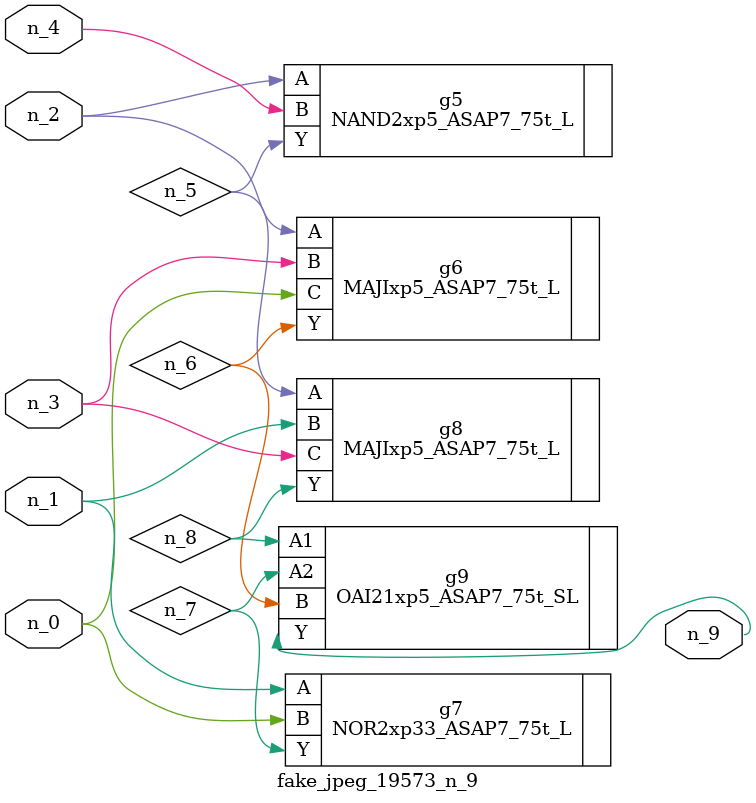
<source format=v>
module fake_jpeg_19573_n_9 (n_3, n_2, n_1, n_0, n_4, n_9);

input n_3;
input n_2;
input n_1;
input n_0;
input n_4;

output n_9;

wire n_8;
wire n_6;
wire n_5;
wire n_7;

NAND2xp5_ASAP7_75t_L g5 ( 
.A(n_2),
.B(n_4),
.Y(n_5)
);

MAJIxp5_ASAP7_75t_L g6 ( 
.A(n_2),
.B(n_3),
.C(n_0),
.Y(n_6)
);

NOR2xp33_ASAP7_75t_L g7 ( 
.A(n_1),
.B(n_0),
.Y(n_7)
);

MAJIxp5_ASAP7_75t_L g8 ( 
.A(n_5),
.B(n_1),
.C(n_3),
.Y(n_8)
);

OAI21xp5_ASAP7_75t_SL g9 ( 
.A1(n_8),
.A2(n_7),
.B(n_6),
.Y(n_9)
);


endmodule
</source>
